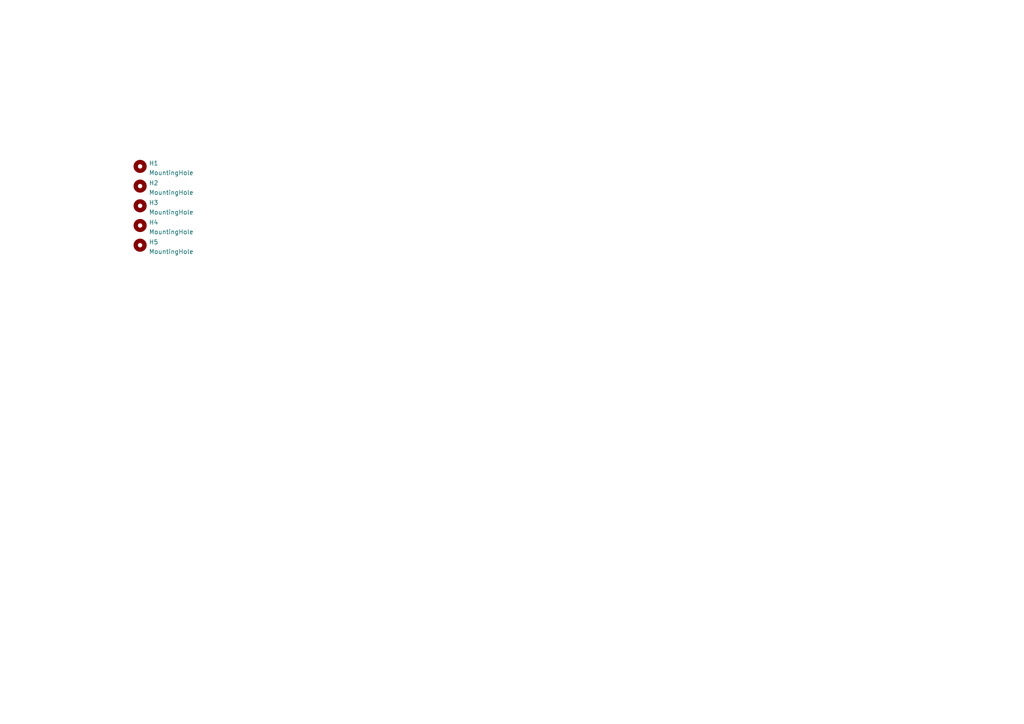
<source format=kicad_sch>
(kicad_sch (version 20211123) (generator eeschema)
  (paper "A4")
  (lib_symbols
    (symbol "Mechanical:MountingHole" (pin_names (offset 1.016))
      (property "Reference" "H" (at 0 5.08 0))
      (property "Value" "MountingHole" (at 0 3.175 0))
      (symbol "MountingHole_0_1"
        (circle (center 0 0) (radius 1.27) (stroke (width 1.27)))
      )
    )
  )
  (symbol (lib_id "Mechanical:MountingHole") (at 40.64 65.405 0) (unit 1)
    (property "Reference" "H4" (at 43.18 64.4965 0) (effects (justify left)))
    (property "Value" "MountingHole" (at 43.18 67.2716 0) (effects (justify left)))
  )
  (symbol (lib_id "Mechanical:MountingHole") (at 40.64 48.26 0) (unit 1)
    (property "Reference" "H1" (at 43.18 47.3515 0) (effects (justify left)))
    (property "Value" "MountingHole" (at 43.18 50.1266 0) (effects (justify left)))
  )
  (symbol (lib_id "Mechanical:MountingHole") (at 40.64 59.69 0) (unit 1)
    (property "Reference" "H3" (at 43.18 58.7815 0) (effects (justify left)))
    (property "Value" "MountingHole" (at 43.18 61.5566 0) (effects (justify left)))
  )
  (symbol (lib_id "Mechanical:MountingHole") (at 40.64 71.12 0) (unit 1)
    (property "Reference" "H5" (at 43.18 70.2115 0) (effects (justify left)))
    (property "Value" "MountingHole" (at 43.18 72.9866 0) (effects (justify left)))
  )
  (symbol (lib_id "Mechanical:MountingHole") (at 40.64 53.975 0) (unit 1)
    (property "Reference" "H2" (at 43.18 53.0665 0) (effects (justify left)))
    (property "Value" "MountingHole" (at 43.18 55.8416 0) (effects (justify left)))
  )
)
</source>
